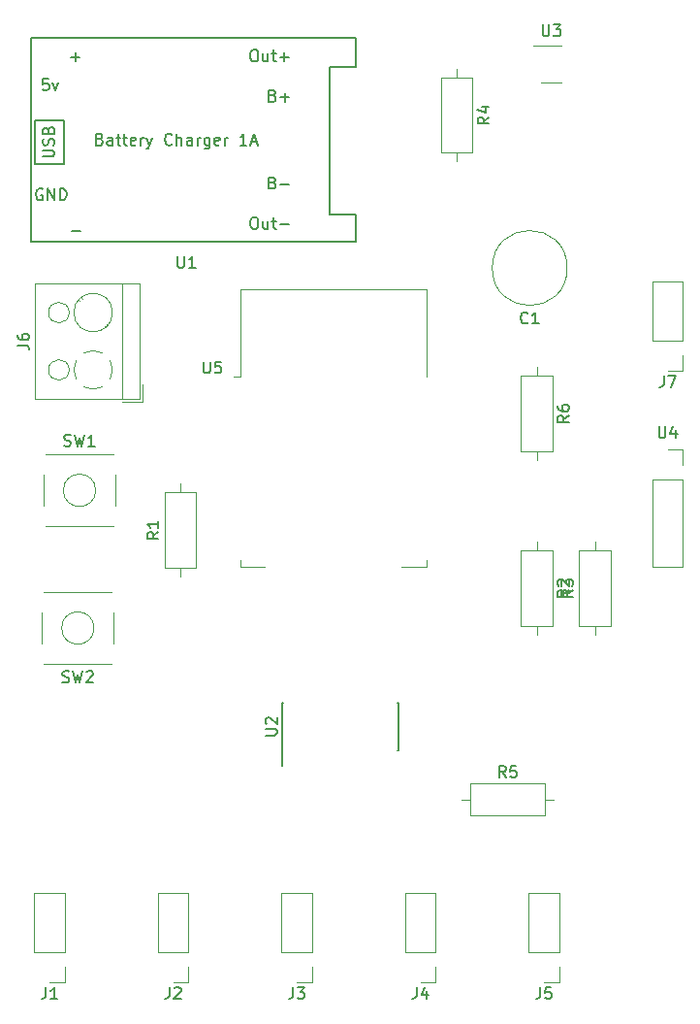
<source format=gbr>
G04 #@! TF.GenerationSoftware,KiCad,Pcbnew,5.0.2-bee76a0~70~ubuntu16.04.1*
G04 #@! TF.CreationDate,2019-08-25T13:18:03+02:00*
G04 #@! TF.ProjectId,connected_garden_pcb,636f6e6e-6563-4746-9564-5f6761726465,rev?*
G04 #@! TF.SameCoordinates,Original*
G04 #@! TF.FileFunction,Legend,Top*
G04 #@! TF.FilePolarity,Positive*
%FSLAX46Y46*%
G04 Gerber Fmt 4.6, Leading zero omitted, Abs format (unit mm)*
G04 Created by KiCad (PCBNEW 5.0.2-bee76a0~70~ubuntu16.04.1) date dim. 25 août 2019 13:18:03 CEST*
%MOMM*%
%LPD*%
G01*
G04 APERTURE LIST*
%ADD10C,0.120000*%
%ADD11C,0.150000*%
G04 APERTURE END LIST*
D10*
G04 #@! TO.C,C1*
X61075000Y-35560000D02*
G75*
G03X61075000Y-35560000I-3270000J0D01*
G01*
G04 #@! TO.C,J1*
X17205000Y-90110000D02*
X14545000Y-90110000D01*
X17205000Y-95250000D02*
X17205000Y-90110000D01*
X14545000Y-95250000D02*
X14545000Y-90110000D01*
X17205000Y-95250000D02*
X14545000Y-95250000D01*
X17205000Y-96520000D02*
X17205000Y-97850000D01*
X17205000Y-97850000D02*
X15875000Y-97850000D01*
G04 #@! TO.C,J2*
X28000000Y-97850000D02*
X26670000Y-97850000D01*
X28000000Y-96520000D02*
X28000000Y-97850000D01*
X28000000Y-95250000D02*
X25340000Y-95250000D01*
X25340000Y-95250000D02*
X25340000Y-90110000D01*
X28000000Y-95250000D02*
X28000000Y-90110000D01*
X28000000Y-90110000D02*
X25340000Y-90110000D01*
G04 #@! TO.C,J3*
X38795000Y-90110000D02*
X36135000Y-90110000D01*
X38795000Y-95250000D02*
X38795000Y-90110000D01*
X36135000Y-95250000D02*
X36135000Y-90110000D01*
X38795000Y-95250000D02*
X36135000Y-95250000D01*
X38795000Y-96520000D02*
X38795000Y-97850000D01*
X38795000Y-97850000D02*
X37465000Y-97850000D01*
G04 #@! TO.C,J4*
X49590000Y-97850000D02*
X48260000Y-97850000D01*
X49590000Y-96520000D02*
X49590000Y-97850000D01*
X49590000Y-95250000D02*
X46930000Y-95250000D01*
X46930000Y-95250000D02*
X46930000Y-90110000D01*
X49590000Y-95250000D02*
X49590000Y-90110000D01*
X49590000Y-90110000D02*
X46930000Y-90110000D01*
G04 #@! TO.C,J5*
X60385000Y-90110000D02*
X57725000Y-90110000D01*
X60385000Y-95250000D02*
X60385000Y-90110000D01*
X57725000Y-95250000D02*
X57725000Y-90110000D01*
X60385000Y-95250000D02*
X57725000Y-95250000D01*
X60385000Y-96520000D02*
X60385000Y-97850000D01*
X60385000Y-97850000D02*
X59055000Y-97850000D01*
G04 #@! TO.C,J6*
X21168352Y-43661288D02*
G75*
G02X21365000Y-44450000I-1483352J-788712D01*
G01*
X18895912Y-42966047D02*
G75*
G02X20474000Y-42966000I789088J-1483953D01*
G01*
X18201047Y-45239088D02*
G75*
G02X18201000Y-43661000I1483953J789088D01*
G01*
X20474088Y-45933953D02*
G75*
G02X18896000Y-45934000I-789088J1483953D01*
G01*
X21365450Y-44420617D02*
G75*
G02X21169000Y-45239000I-1680450J-29383D01*
G01*
X17585000Y-44450000D02*
G75*
G03X17585000Y-44450000I-900000J0D01*
G01*
X21365000Y-39450000D02*
G75*
G03X21365000Y-39450000I-1680000J0D01*
G01*
X17585000Y-39450000D02*
G75*
G03X17585000Y-39450000I-900000J0D01*
G01*
X22185000Y-47010000D02*
X22185000Y-36890000D01*
X14625000Y-47010000D02*
X14625000Y-36890000D01*
X23745000Y-47010000D02*
X23745000Y-36890000D01*
X14625000Y-47010000D02*
X23745000Y-47010000D01*
X14625000Y-36890000D02*
X23745000Y-36890000D01*
X18616000Y-38175000D02*
X18709000Y-38269000D01*
X20901000Y-40460000D02*
X20959000Y-40519000D01*
X18410000Y-38380000D02*
X18469000Y-38439000D01*
X20661000Y-40630000D02*
X20754000Y-40724000D01*
X22245000Y-47250000D02*
X23985000Y-47250000D01*
X23985000Y-47250000D02*
X23985000Y-45750000D01*
G04 #@! TO.C,J7*
X71180000Y-44510000D02*
X69850000Y-44510000D01*
X71180000Y-43180000D02*
X71180000Y-44510000D01*
X71180000Y-41910000D02*
X68520000Y-41910000D01*
X68520000Y-41910000D02*
X68520000Y-36770000D01*
X71180000Y-41910000D02*
X71180000Y-36770000D01*
X71180000Y-36770000D02*
X68520000Y-36770000D01*
G04 #@! TO.C,R1*
X25935000Y-61690000D02*
X28675000Y-61690000D01*
X28675000Y-61690000D02*
X28675000Y-55150000D01*
X28675000Y-55150000D02*
X25935000Y-55150000D01*
X25935000Y-55150000D02*
X25935000Y-61690000D01*
X27305000Y-62460000D02*
X27305000Y-61690000D01*
X27305000Y-54380000D02*
X27305000Y-55150000D01*
G04 #@! TO.C,R2*
X58420000Y-67540000D02*
X58420000Y-66770000D01*
X58420000Y-59460000D02*
X58420000Y-60230000D01*
X59790000Y-66770000D02*
X59790000Y-60230000D01*
X57050000Y-66770000D02*
X59790000Y-66770000D01*
X57050000Y-60230000D02*
X57050000Y-66770000D01*
X59790000Y-60230000D02*
X57050000Y-60230000D01*
G04 #@! TO.C,R3*
X62130000Y-66770000D02*
X64870000Y-66770000D01*
X64870000Y-66770000D02*
X64870000Y-60230000D01*
X64870000Y-60230000D02*
X62130000Y-60230000D01*
X62130000Y-60230000D02*
X62130000Y-66770000D01*
X63500000Y-67540000D02*
X63500000Y-66770000D01*
X63500000Y-59460000D02*
X63500000Y-60230000D01*
G04 #@! TO.C,R4*
X51435000Y-26265000D02*
X51435000Y-25495000D01*
X51435000Y-18185000D02*
X51435000Y-18955000D01*
X52805000Y-25495000D02*
X52805000Y-18955000D01*
X50065000Y-25495000D02*
X52805000Y-25495000D01*
X50065000Y-18955000D02*
X50065000Y-25495000D01*
X52805000Y-18955000D02*
X50065000Y-18955000D01*
G04 #@! TO.C,R5*
X52610000Y-80545000D02*
X52610000Y-83285000D01*
X52610000Y-83285000D02*
X59150000Y-83285000D01*
X59150000Y-83285000D02*
X59150000Y-80545000D01*
X59150000Y-80545000D02*
X52610000Y-80545000D01*
X51840000Y-81915000D02*
X52610000Y-81915000D01*
X59920000Y-81915000D02*
X59150000Y-81915000D01*
G04 #@! TO.C,R6*
X58420000Y-52300000D02*
X58420000Y-51530000D01*
X58420000Y-44220000D02*
X58420000Y-44990000D01*
X59790000Y-51530000D02*
X59790000Y-44990000D01*
X57050000Y-51530000D02*
X59790000Y-51530000D01*
X57050000Y-44990000D02*
X57050000Y-51530000D01*
X59790000Y-44990000D02*
X57050000Y-44990000D01*
G04 #@! TO.C,SW1*
X19904214Y-54955000D02*
G75*
G03X19904214Y-54955000I-1414214J0D01*
G01*
X15520000Y-58075000D02*
X21460000Y-58075000D01*
X15520000Y-51835000D02*
X21460000Y-51835000D01*
X15370000Y-56295000D02*
X15370000Y-53615000D01*
X21610000Y-53615000D02*
X21610000Y-56295000D01*
G04 #@! TO.C,SW2*
X15220000Y-68305000D02*
X15220000Y-65625000D01*
X21460000Y-65625000D02*
X21460000Y-68305000D01*
X21310000Y-70085000D02*
X15370000Y-70085000D01*
X21310000Y-63845000D02*
X15370000Y-63845000D01*
X19754214Y-66965000D02*
G75*
G03X19754214Y-66965000I-1414214J0D01*
G01*
D11*
G04 #@! TO.C,U1*
X14220000Y-15490000D02*
X40520000Y-15490000D01*
X14620000Y-26490000D02*
X14620000Y-22790000D01*
X17120000Y-26490000D02*
X14620000Y-26490000D01*
X17120000Y-22690000D02*
X17120000Y-26490000D01*
X14620000Y-22690000D02*
X17120000Y-22690000D01*
X14220000Y-33290000D02*
X14220000Y-15490000D01*
X42620000Y-33290000D02*
X14220000Y-33290000D01*
X42620000Y-31190000D02*
X42620000Y-33290000D01*
X42620000Y-17990000D02*
X40320000Y-17990000D01*
X42620000Y-15490000D02*
X42620000Y-17990000D01*
X40520000Y-15490000D02*
X42620000Y-15490000D01*
X42620000Y-30890000D02*
X42620000Y-31190000D01*
X40520000Y-30890000D02*
X42620000Y-30890000D01*
X40320000Y-30890000D02*
X40620000Y-30890000D01*
X40320000Y-17990000D02*
X40320000Y-30890000D01*
G04 #@! TO.C,U2*
X36200000Y-77640000D02*
X36225000Y-77640000D01*
X36200000Y-73490000D02*
X36305000Y-73490000D01*
X46350000Y-73490000D02*
X46245000Y-73490000D01*
X46350000Y-77640000D02*
X46245000Y-77640000D01*
X36200000Y-77640000D02*
X36200000Y-73490000D01*
X46350000Y-77640000D02*
X46350000Y-73490000D01*
X36225000Y-77640000D02*
X36225000Y-79015000D01*
D10*
G04 #@! TO.C,U3*
X58790000Y-19390000D02*
X60590000Y-19390000D01*
X60590000Y-16170000D02*
X58140000Y-16170000D01*
G04 #@! TO.C,U4*
X68520000Y-53975000D02*
X71180000Y-53975000D01*
X68520000Y-53975000D02*
X68520000Y-61655000D01*
X68520000Y-61655000D02*
X71180000Y-61655000D01*
X71180000Y-53975000D02*
X71180000Y-61655000D01*
X71180000Y-51375000D02*
X71180000Y-52705000D01*
X69850000Y-51375000D02*
X71180000Y-51375000D01*
G04 #@! TO.C,U5*
X32520000Y-37410000D02*
X48760000Y-37410000D01*
X48760000Y-37410000D02*
X48760000Y-45030000D01*
X48760000Y-61030000D02*
X48760000Y-61650000D01*
X48760000Y-61650000D02*
X46640000Y-61650000D01*
X34640000Y-61650000D02*
X32520000Y-61650000D01*
X32520000Y-61650000D02*
X32520000Y-61030000D01*
X32520000Y-45030000D02*
X32520000Y-37410000D01*
X32520000Y-45030000D02*
X31910000Y-45030000D01*
G04 #@! TO.C,C1*
D11*
X57638333Y-40317142D02*
X57590714Y-40364761D01*
X57447857Y-40412380D01*
X57352619Y-40412380D01*
X57209761Y-40364761D01*
X57114523Y-40269523D01*
X57066904Y-40174285D01*
X57019285Y-39983809D01*
X57019285Y-39840952D01*
X57066904Y-39650476D01*
X57114523Y-39555238D01*
X57209761Y-39460000D01*
X57352619Y-39412380D01*
X57447857Y-39412380D01*
X57590714Y-39460000D01*
X57638333Y-39507619D01*
X58590714Y-40412380D02*
X58019285Y-40412380D01*
X58305000Y-40412380D02*
X58305000Y-39412380D01*
X58209761Y-39555238D01*
X58114523Y-39650476D01*
X58019285Y-39698095D01*
G04 #@! TO.C,J1*
X15541666Y-98302380D02*
X15541666Y-99016666D01*
X15494047Y-99159523D01*
X15398809Y-99254761D01*
X15255952Y-99302380D01*
X15160714Y-99302380D01*
X16541666Y-99302380D02*
X15970238Y-99302380D01*
X16255952Y-99302380D02*
X16255952Y-98302380D01*
X16160714Y-98445238D01*
X16065476Y-98540476D01*
X15970238Y-98588095D01*
G04 #@! TO.C,J2*
X26336666Y-98302380D02*
X26336666Y-99016666D01*
X26289047Y-99159523D01*
X26193809Y-99254761D01*
X26050952Y-99302380D01*
X25955714Y-99302380D01*
X26765238Y-98397619D02*
X26812857Y-98350000D01*
X26908095Y-98302380D01*
X27146190Y-98302380D01*
X27241428Y-98350000D01*
X27289047Y-98397619D01*
X27336666Y-98492857D01*
X27336666Y-98588095D01*
X27289047Y-98730952D01*
X26717619Y-99302380D01*
X27336666Y-99302380D01*
G04 #@! TO.C,J3*
X37131666Y-98302380D02*
X37131666Y-99016666D01*
X37084047Y-99159523D01*
X36988809Y-99254761D01*
X36845952Y-99302380D01*
X36750714Y-99302380D01*
X37512619Y-98302380D02*
X38131666Y-98302380D01*
X37798333Y-98683333D01*
X37941190Y-98683333D01*
X38036428Y-98730952D01*
X38084047Y-98778571D01*
X38131666Y-98873809D01*
X38131666Y-99111904D01*
X38084047Y-99207142D01*
X38036428Y-99254761D01*
X37941190Y-99302380D01*
X37655476Y-99302380D01*
X37560238Y-99254761D01*
X37512619Y-99207142D01*
G04 #@! TO.C,J4*
X47926666Y-98302380D02*
X47926666Y-99016666D01*
X47879047Y-99159523D01*
X47783809Y-99254761D01*
X47640952Y-99302380D01*
X47545714Y-99302380D01*
X48831428Y-98635714D02*
X48831428Y-99302380D01*
X48593333Y-98254761D02*
X48355238Y-98969047D01*
X48974285Y-98969047D01*
G04 #@! TO.C,J5*
X58721666Y-98302380D02*
X58721666Y-99016666D01*
X58674047Y-99159523D01*
X58578809Y-99254761D01*
X58435952Y-99302380D01*
X58340714Y-99302380D01*
X59674047Y-98302380D02*
X59197857Y-98302380D01*
X59150238Y-98778571D01*
X59197857Y-98730952D01*
X59293095Y-98683333D01*
X59531190Y-98683333D01*
X59626428Y-98730952D01*
X59674047Y-98778571D01*
X59721666Y-98873809D01*
X59721666Y-99111904D01*
X59674047Y-99207142D01*
X59626428Y-99254761D01*
X59531190Y-99302380D01*
X59293095Y-99302380D01*
X59197857Y-99254761D01*
X59150238Y-99207142D01*
G04 #@! TO.C,J6*
X13077380Y-42283333D02*
X13791666Y-42283333D01*
X13934523Y-42330952D01*
X14029761Y-42426190D01*
X14077380Y-42569047D01*
X14077380Y-42664285D01*
X13077380Y-41378571D02*
X13077380Y-41569047D01*
X13125000Y-41664285D01*
X13172619Y-41711904D01*
X13315476Y-41807142D01*
X13505952Y-41854761D01*
X13886904Y-41854761D01*
X13982142Y-41807142D01*
X14029761Y-41759523D01*
X14077380Y-41664285D01*
X14077380Y-41473809D01*
X14029761Y-41378571D01*
X13982142Y-41330952D01*
X13886904Y-41283333D01*
X13648809Y-41283333D01*
X13553571Y-41330952D01*
X13505952Y-41378571D01*
X13458333Y-41473809D01*
X13458333Y-41664285D01*
X13505952Y-41759523D01*
X13553571Y-41807142D01*
X13648809Y-41854761D01*
G04 #@! TO.C,J7*
X69516666Y-44962380D02*
X69516666Y-45676666D01*
X69469047Y-45819523D01*
X69373809Y-45914761D01*
X69230952Y-45962380D01*
X69135714Y-45962380D01*
X69897619Y-44962380D02*
X70564285Y-44962380D01*
X70135714Y-45962380D01*
G04 #@! TO.C,R1*
X25387380Y-58586666D02*
X24911190Y-58920000D01*
X25387380Y-59158095D02*
X24387380Y-59158095D01*
X24387380Y-58777142D01*
X24435000Y-58681904D01*
X24482619Y-58634285D01*
X24577857Y-58586666D01*
X24720714Y-58586666D01*
X24815952Y-58634285D01*
X24863571Y-58681904D01*
X24911190Y-58777142D01*
X24911190Y-59158095D01*
X25387380Y-57634285D02*
X25387380Y-58205714D01*
X25387380Y-57920000D02*
X24387380Y-57920000D01*
X24530238Y-58015238D01*
X24625476Y-58110476D01*
X24673095Y-58205714D01*
G04 #@! TO.C,R2*
X61242380Y-63666666D02*
X60766190Y-64000000D01*
X61242380Y-64238095D02*
X60242380Y-64238095D01*
X60242380Y-63857142D01*
X60290000Y-63761904D01*
X60337619Y-63714285D01*
X60432857Y-63666666D01*
X60575714Y-63666666D01*
X60670952Y-63714285D01*
X60718571Y-63761904D01*
X60766190Y-63857142D01*
X60766190Y-64238095D01*
X60337619Y-63285714D02*
X60290000Y-63238095D01*
X60242380Y-63142857D01*
X60242380Y-62904761D01*
X60290000Y-62809523D01*
X60337619Y-62761904D01*
X60432857Y-62714285D01*
X60528095Y-62714285D01*
X60670952Y-62761904D01*
X61242380Y-63333333D01*
X61242380Y-62714285D01*
G04 #@! TO.C,R3*
X61582380Y-63666666D02*
X61106190Y-64000000D01*
X61582380Y-64238095D02*
X60582380Y-64238095D01*
X60582380Y-63857142D01*
X60630000Y-63761904D01*
X60677619Y-63714285D01*
X60772857Y-63666666D01*
X60915714Y-63666666D01*
X61010952Y-63714285D01*
X61058571Y-63761904D01*
X61106190Y-63857142D01*
X61106190Y-64238095D01*
X60582380Y-63333333D02*
X60582380Y-62714285D01*
X60963333Y-63047619D01*
X60963333Y-62904761D01*
X61010952Y-62809523D01*
X61058571Y-62761904D01*
X61153809Y-62714285D01*
X61391904Y-62714285D01*
X61487142Y-62761904D01*
X61534761Y-62809523D01*
X61582380Y-62904761D01*
X61582380Y-63190476D01*
X61534761Y-63285714D01*
X61487142Y-63333333D01*
G04 #@! TO.C,R4*
X54257380Y-22391666D02*
X53781190Y-22725000D01*
X54257380Y-22963095D02*
X53257380Y-22963095D01*
X53257380Y-22582142D01*
X53305000Y-22486904D01*
X53352619Y-22439285D01*
X53447857Y-22391666D01*
X53590714Y-22391666D01*
X53685952Y-22439285D01*
X53733571Y-22486904D01*
X53781190Y-22582142D01*
X53781190Y-22963095D01*
X53590714Y-21534523D02*
X54257380Y-21534523D01*
X53209761Y-21772619D02*
X53924047Y-22010714D01*
X53924047Y-21391666D01*
G04 #@! TO.C,R5*
X55713333Y-79997380D02*
X55380000Y-79521190D01*
X55141904Y-79997380D02*
X55141904Y-78997380D01*
X55522857Y-78997380D01*
X55618095Y-79045000D01*
X55665714Y-79092619D01*
X55713333Y-79187857D01*
X55713333Y-79330714D01*
X55665714Y-79425952D01*
X55618095Y-79473571D01*
X55522857Y-79521190D01*
X55141904Y-79521190D01*
X56618095Y-78997380D02*
X56141904Y-78997380D01*
X56094285Y-79473571D01*
X56141904Y-79425952D01*
X56237142Y-79378333D01*
X56475238Y-79378333D01*
X56570476Y-79425952D01*
X56618095Y-79473571D01*
X56665714Y-79568809D01*
X56665714Y-79806904D01*
X56618095Y-79902142D01*
X56570476Y-79949761D01*
X56475238Y-79997380D01*
X56237142Y-79997380D01*
X56141904Y-79949761D01*
X56094285Y-79902142D01*
G04 #@! TO.C,R6*
X61242380Y-48426666D02*
X60766190Y-48760000D01*
X61242380Y-48998095D02*
X60242380Y-48998095D01*
X60242380Y-48617142D01*
X60290000Y-48521904D01*
X60337619Y-48474285D01*
X60432857Y-48426666D01*
X60575714Y-48426666D01*
X60670952Y-48474285D01*
X60718571Y-48521904D01*
X60766190Y-48617142D01*
X60766190Y-48998095D01*
X60242380Y-47569523D02*
X60242380Y-47760000D01*
X60290000Y-47855238D01*
X60337619Y-47902857D01*
X60480476Y-47998095D01*
X60670952Y-48045714D01*
X61051904Y-48045714D01*
X61147142Y-47998095D01*
X61194761Y-47950476D01*
X61242380Y-47855238D01*
X61242380Y-47664761D01*
X61194761Y-47569523D01*
X61147142Y-47521904D01*
X61051904Y-47474285D01*
X60813809Y-47474285D01*
X60718571Y-47521904D01*
X60670952Y-47569523D01*
X60623333Y-47664761D01*
X60623333Y-47855238D01*
X60670952Y-47950476D01*
X60718571Y-47998095D01*
X60813809Y-48045714D01*
G04 #@! TO.C,SW1*
X17156666Y-51059761D02*
X17299523Y-51107380D01*
X17537619Y-51107380D01*
X17632857Y-51059761D01*
X17680476Y-51012142D01*
X17728095Y-50916904D01*
X17728095Y-50821666D01*
X17680476Y-50726428D01*
X17632857Y-50678809D01*
X17537619Y-50631190D01*
X17347142Y-50583571D01*
X17251904Y-50535952D01*
X17204285Y-50488333D01*
X17156666Y-50393095D01*
X17156666Y-50297857D01*
X17204285Y-50202619D01*
X17251904Y-50155000D01*
X17347142Y-50107380D01*
X17585238Y-50107380D01*
X17728095Y-50155000D01*
X18061428Y-50107380D02*
X18299523Y-51107380D01*
X18490000Y-50393095D01*
X18680476Y-51107380D01*
X18918571Y-50107380D01*
X19823333Y-51107380D02*
X19251904Y-51107380D01*
X19537619Y-51107380D02*
X19537619Y-50107380D01*
X19442380Y-50250238D01*
X19347142Y-50345476D01*
X19251904Y-50393095D01*
G04 #@! TO.C,SW2*
X17006666Y-71669761D02*
X17149523Y-71717380D01*
X17387619Y-71717380D01*
X17482857Y-71669761D01*
X17530476Y-71622142D01*
X17578095Y-71526904D01*
X17578095Y-71431666D01*
X17530476Y-71336428D01*
X17482857Y-71288809D01*
X17387619Y-71241190D01*
X17197142Y-71193571D01*
X17101904Y-71145952D01*
X17054285Y-71098333D01*
X17006666Y-71003095D01*
X17006666Y-70907857D01*
X17054285Y-70812619D01*
X17101904Y-70765000D01*
X17197142Y-70717380D01*
X17435238Y-70717380D01*
X17578095Y-70765000D01*
X17911428Y-70717380D02*
X18149523Y-71717380D01*
X18340000Y-71003095D01*
X18530476Y-71717380D01*
X18768571Y-70717380D01*
X19101904Y-70812619D02*
X19149523Y-70765000D01*
X19244761Y-70717380D01*
X19482857Y-70717380D01*
X19578095Y-70765000D01*
X19625714Y-70812619D01*
X19673333Y-70907857D01*
X19673333Y-71003095D01*
X19625714Y-71145952D01*
X19054285Y-71717380D01*
X19673333Y-71717380D01*
G04 #@! TO.C,U1*
X27058095Y-34542380D02*
X27058095Y-35351904D01*
X27105714Y-35447142D01*
X27153333Y-35494761D01*
X27248571Y-35542380D01*
X27439047Y-35542380D01*
X27534285Y-35494761D01*
X27581904Y-35447142D01*
X27629523Y-35351904D01*
X27629523Y-34542380D01*
X28629523Y-35542380D02*
X28058095Y-35542380D01*
X28343809Y-35542380D02*
X28343809Y-34542380D01*
X28248571Y-34685238D01*
X28153333Y-34780476D01*
X28058095Y-34828095D01*
X17739047Y-17161428D02*
X18500952Y-17161428D01*
X18120000Y-17542380D02*
X18120000Y-16780476D01*
X17839047Y-32361428D02*
X18600952Y-32361428D01*
X15272380Y-25851904D02*
X16081904Y-25851904D01*
X16177142Y-25804285D01*
X16224761Y-25756666D01*
X16272380Y-25661428D01*
X16272380Y-25470952D01*
X16224761Y-25375714D01*
X16177142Y-25328095D01*
X16081904Y-25280476D01*
X15272380Y-25280476D01*
X16224761Y-24851904D02*
X16272380Y-24709047D01*
X16272380Y-24470952D01*
X16224761Y-24375714D01*
X16177142Y-24328095D01*
X16081904Y-24280476D01*
X15986666Y-24280476D01*
X15891428Y-24328095D01*
X15843809Y-24375714D01*
X15796190Y-24470952D01*
X15748571Y-24661428D01*
X15700952Y-24756666D01*
X15653333Y-24804285D01*
X15558095Y-24851904D01*
X15462857Y-24851904D01*
X15367619Y-24804285D01*
X15320000Y-24756666D01*
X15272380Y-24661428D01*
X15272380Y-24423333D01*
X15320000Y-24280476D01*
X15748571Y-23518571D02*
X15796190Y-23375714D01*
X15843809Y-23328095D01*
X15939047Y-23280476D01*
X16081904Y-23280476D01*
X16177142Y-23328095D01*
X16224761Y-23375714D01*
X16272380Y-23470952D01*
X16272380Y-23851904D01*
X15272380Y-23851904D01*
X15272380Y-23518571D01*
X15320000Y-23423333D01*
X15367619Y-23375714D01*
X15462857Y-23328095D01*
X15558095Y-23328095D01*
X15653333Y-23375714D01*
X15700952Y-23423333D01*
X15748571Y-23518571D01*
X15748571Y-23851904D01*
X33667619Y-31142380D02*
X33858095Y-31142380D01*
X33953333Y-31190000D01*
X34048571Y-31285238D01*
X34096190Y-31475714D01*
X34096190Y-31809047D01*
X34048571Y-31999523D01*
X33953333Y-32094761D01*
X33858095Y-32142380D01*
X33667619Y-32142380D01*
X33572380Y-32094761D01*
X33477142Y-31999523D01*
X33429523Y-31809047D01*
X33429523Y-31475714D01*
X33477142Y-31285238D01*
X33572380Y-31190000D01*
X33667619Y-31142380D01*
X34953333Y-31475714D02*
X34953333Y-32142380D01*
X34524761Y-31475714D02*
X34524761Y-31999523D01*
X34572380Y-32094761D01*
X34667619Y-32142380D01*
X34810476Y-32142380D01*
X34905714Y-32094761D01*
X34953333Y-32047142D01*
X35286666Y-31475714D02*
X35667619Y-31475714D01*
X35429523Y-31142380D02*
X35429523Y-31999523D01*
X35477142Y-32094761D01*
X35572380Y-32142380D01*
X35667619Y-32142380D01*
X36000952Y-31761428D02*
X36762857Y-31761428D01*
X33667619Y-16542380D02*
X33858095Y-16542380D01*
X33953333Y-16590000D01*
X34048571Y-16685238D01*
X34096190Y-16875714D01*
X34096190Y-17209047D01*
X34048571Y-17399523D01*
X33953333Y-17494761D01*
X33858095Y-17542380D01*
X33667619Y-17542380D01*
X33572380Y-17494761D01*
X33477142Y-17399523D01*
X33429523Y-17209047D01*
X33429523Y-16875714D01*
X33477142Y-16685238D01*
X33572380Y-16590000D01*
X33667619Y-16542380D01*
X34953333Y-16875714D02*
X34953333Y-17542380D01*
X34524761Y-16875714D02*
X34524761Y-17399523D01*
X34572380Y-17494761D01*
X34667619Y-17542380D01*
X34810476Y-17542380D01*
X34905714Y-17494761D01*
X34953333Y-17447142D01*
X35286666Y-16875714D02*
X35667619Y-16875714D01*
X35429523Y-16542380D02*
X35429523Y-17399523D01*
X35477142Y-17494761D01*
X35572380Y-17542380D01*
X35667619Y-17542380D01*
X36000952Y-17161428D02*
X36762857Y-17161428D01*
X36381904Y-17542380D02*
X36381904Y-16780476D01*
X35372380Y-28118571D02*
X35515238Y-28166190D01*
X35562857Y-28213809D01*
X35610476Y-28309047D01*
X35610476Y-28451904D01*
X35562857Y-28547142D01*
X35515238Y-28594761D01*
X35420000Y-28642380D01*
X35039047Y-28642380D01*
X35039047Y-27642380D01*
X35372380Y-27642380D01*
X35467619Y-27690000D01*
X35515238Y-27737619D01*
X35562857Y-27832857D01*
X35562857Y-27928095D01*
X35515238Y-28023333D01*
X35467619Y-28070952D01*
X35372380Y-28118571D01*
X35039047Y-28118571D01*
X36039047Y-28261428D02*
X36800952Y-28261428D01*
X35372380Y-20518571D02*
X35515238Y-20566190D01*
X35562857Y-20613809D01*
X35610476Y-20709047D01*
X35610476Y-20851904D01*
X35562857Y-20947142D01*
X35515238Y-20994761D01*
X35420000Y-21042380D01*
X35039047Y-21042380D01*
X35039047Y-20042380D01*
X35372380Y-20042380D01*
X35467619Y-20090000D01*
X35515238Y-20137619D01*
X35562857Y-20232857D01*
X35562857Y-20328095D01*
X35515238Y-20423333D01*
X35467619Y-20470952D01*
X35372380Y-20518571D01*
X35039047Y-20518571D01*
X36039047Y-20661428D02*
X36800952Y-20661428D01*
X36420000Y-21042380D02*
X36420000Y-20280476D01*
X15777142Y-19042380D02*
X15300952Y-19042380D01*
X15253333Y-19518571D01*
X15300952Y-19470952D01*
X15396190Y-19423333D01*
X15634285Y-19423333D01*
X15729523Y-19470952D01*
X15777142Y-19518571D01*
X15824761Y-19613809D01*
X15824761Y-19851904D01*
X15777142Y-19947142D01*
X15729523Y-19994761D01*
X15634285Y-20042380D01*
X15396190Y-20042380D01*
X15300952Y-19994761D01*
X15253333Y-19947142D01*
X16158095Y-19375714D02*
X16396190Y-20042380D01*
X16634285Y-19375714D01*
X15258095Y-28690000D02*
X15162857Y-28642380D01*
X15020000Y-28642380D01*
X14877142Y-28690000D01*
X14781904Y-28785238D01*
X14734285Y-28880476D01*
X14686666Y-29070952D01*
X14686666Y-29213809D01*
X14734285Y-29404285D01*
X14781904Y-29499523D01*
X14877142Y-29594761D01*
X15020000Y-29642380D01*
X15115238Y-29642380D01*
X15258095Y-29594761D01*
X15305714Y-29547142D01*
X15305714Y-29213809D01*
X15115238Y-29213809D01*
X15734285Y-29642380D02*
X15734285Y-28642380D01*
X16305714Y-29642380D01*
X16305714Y-28642380D01*
X16781904Y-29642380D02*
X16781904Y-28642380D01*
X17020000Y-28642380D01*
X17162857Y-28690000D01*
X17258095Y-28785238D01*
X17305714Y-28880476D01*
X17353333Y-29070952D01*
X17353333Y-29213809D01*
X17305714Y-29404285D01*
X17258095Y-29499523D01*
X17162857Y-29594761D01*
X17020000Y-29642380D01*
X16781904Y-29642380D01*
X20277142Y-24318571D02*
X20419999Y-24366190D01*
X20467619Y-24413809D01*
X20515238Y-24509047D01*
X20515238Y-24651904D01*
X20467619Y-24747142D01*
X20419999Y-24794761D01*
X20324761Y-24842380D01*
X19943809Y-24842380D01*
X19943809Y-23842380D01*
X20277142Y-23842380D01*
X20372380Y-23890000D01*
X20419999Y-23937619D01*
X20467619Y-24032857D01*
X20467619Y-24128095D01*
X20419999Y-24223333D01*
X20372380Y-24270952D01*
X20277142Y-24318571D01*
X19943809Y-24318571D01*
X21372380Y-24842380D02*
X21372380Y-24318571D01*
X21324761Y-24223333D01*
X21229523Y-24175714D01*
X21039047Y-24175714D01*
X20943809Y-24223333D01*
X21372380Y-24794761D02*
X21277142Y-24842380D01*
X21039047Y-24842380D01*
X20943809Y-24794761D01*
X20896190Y-24699523D01*
X20896190Y-24604285D01*
X20943809Y-24509047D01*
X21039047Y-24461428D01*
X21277142Y-24461428D01*
X21372380Y-24413809D01*
X21705714Y-24175714D02*
X22086666Y-24175714D01*
X21848571Y-23842380D02*
X21848571Y-24699523D01*
X21896190Y-24794761D01*
X21991428Y-24842380D01*
X22086666Y-24842380D01*
X22277142Y-24175714D02*
X22658095Y-24175714D01*
X22419999Y-23842380D02*
X22419999Y-24699523D01*
X22467619Y-24794761D01*
X22562857Y-24842380D01*
X22658095Y-24842380D01*
X23372380Y-24794761D02*
X23277142Y-24842380D01*
X23086666Y-24842380D01*
X22991428Y-24794761D01*
X22943809Y-24699523D01*
X22943809Y-24318571D01*
X22991428Y-24223333D01*
X23086666Y-24175714D01*
X23277142Y-24175714D01*
X23372380Y-24223333D01*
X23419999Y-24318571D01*
X23419999Y-24413809D01*
X22943809Y-24509047D01*
X23848571Y-24842380D02*
X23848571Y-24175714D01*
X23848571Y-24366190D02*
X23896190Y-24270952D01*
X23943809Y-24223333D01*
X24039047Y-24175714D01*
X24134285Y-24175714D01*
X24372380Y-24175714D02*
X24610476Y-24842380D01*
X24848571Y-24175714D02*
X24610476Y-24842380D01*
X24515238Y-25080476D01*
X24467619Y-25128095D01*
X24372380Y-25175714D01*
X26562857Y-24747142D02*
X26515238Y-24794761D01*
X26372380Y-24842380D01*
X26277142Y-24842380D01*
X26134285Y-24794761D01*
X26039047Y-24699523D01*
X25991428Y-24604285D01*
X25943809Y-24413809D01*
X25943809Y-24270952D01*
X25991428Y-24080476D01*
X26039047Y-23985238D01*
X26134285Y-23890000D01*
X26277142Y-23842380D01*
X26372380Y-23842380D01*
X26515238Y-23890000D01*
X26562857Y-23937619D01*
X26991428Y-24842380D02*
X26991428Y-23842380D01*
X27420000Y-24842380D02*
X27420000Y-24318571D01*
X27372380Y-24223333D01*
X27277142Y-24175714D01*
X27134285Y-24175714D01*
X27039047Y-24223333D01*
X26991428Y-24270952D01*
X28324761Y-24842380D02*
X28324761Y-24318571D01*
X28277142Y-24223333D01*
X28181904Y-24175714D01*
X27991428Y-24175714D01*
X27896190Y-24223333D01*
X28324761Y-24794761D02*
X28229523Y-24842380D01*
X27991428Y-24842380D01*
X27896190Y-24794761D01*
X27848571Y-24699523D01*
X27848571Y-24604285D01*
X27896190Y-24509047D01*
X27991428Y-24461428D01*
X28229523Y-24461428D01*
X28324761Y-24413809D01*
X28800952Y-24842380D02*
X28800952Y-24175714D01*
X28800952Y-24366190D02*
X28848571Y-24270952D01*
X28896190Y-24223333D01*
X28991428Y-24175714D01*
X29086666Y-24175714D01*
X29848571Y-24175714D02*
X29848571Y-24985238D01*
X29800952Y-25080476D01*
X29753333Y-25128095D01*
X29658095Y-25175714D01*
X29515238Y-25175714D01*
X29420000Y-25128095D01*
X29848571Y-24794761D02*
X29753333Y-24842380D01*
X29562857Y-24842380D01*
X29467619Y-24794761D01*
X29420000Y-24747142D01*
X29372380Y-24651904D01*
X29372380Y-24366190D01*
X29420000Y-24270952D01*
X29467619Y-24223333D01*
X29562857Y-24175714D01*
X29753333Y-24175714D01*
X29848571Y-24223333D01*
X30705714Y-24794761D02*
X30610476Y-24842380D01*
X30420000Y-24842380D01*
X30324761Y-24794761D01*
X30277142Y-24699523D01*
X30277142Y-24318571D01*
X30324761Y-24223333D01*
X30420000Y-24175714D01*
X30610476Y-24175714D01*
X30705714Y-24223333D01*
X30753333Y-24318571D01*
X30753333Y-24413809D01*
X30277142Y-24509047D01*
X31181904Y-24842380D02*
X31181904Y-24175714D01*
X31181904Y-24366190D02*
X31229523Y-24270952D01*
X31277142Y-24223333D01*
X31372380Y-24175714D01*
X31467619Y-24175714D01*
X33086666Y-24842380D02*
X32515238Y-24842380D01*
X32800952Y-24842380D02*
X32800952Y-23842380D01*
X32705714Y-23985238D01*
X32610476Y-24080476D01*
X32515238Y-24128095D01*
X33467619Y-24556666D02*
X33943809Y-24556666D01*
X33372380Y-24842380D02*
X33705714Y-23842380D01*
X34039047Y-24842380D01*
G04 #@! TO.C,U2*
X34727380Y-76326904D02*
X35536904Y-76326904D01*
X35632142Y-76279285D01*
X35679761Y-76231666D01*
X35727380Y-76136428D01*
X35727380Y-75945952D01*
X35679761Y-75850714D01*
X35632142Y-75803095D01*
X35536904Y-75755476D01*
X34727380Y-75755476D01*
X34822619Y-75326904D02*
X34775000Y-75279285D01*
X34727380Y-75184047D01*
X34727380Y-74945952D01*
X34775000Y-74850714D01*
X34822619Y-74803095D01*
X34917857Y-74755476D01*
X35013095Y-74755476D01*
X35155952Y-74803095D01*
X35727380Y-75374523D01*
X35727380Y-74755476D01*
G04 #@! TO.C,U3*
X58928095Y-14332380D02*
X58928095Y-15141904D01*
X58975714Y-15237142D01*
X59023333Y-15284761D01*
X59118571Y-15332380D01*
X59309047Y-15332380D01*
X59404285Y-15284761D01*
X59451904Y-15237142D01*
X59499523Y-15141904D01*
X59499523Y-14332380D01*
X59880476Y-14332380D02*
X60499523Y-14332380D01*
X60166190Y-14713333D01*
X60309047Y-14713333D01*
X60404285Y-14760952D01*
X60451904Y-14808571D01*
X60499523Y-14903809D01*
X60499523Y-15141904D01*
X60451904Y-15237142D01*
X60404285Y-15284761D01*
X60309047Y-15332380D01*
X60023333Y-15332380D01*
X59928095Y-15284761D01*
X59880476Y-15237142D01*
G04 #@! TO.C,U4*
X69088095Y-49387380D02*
X69088095Y-50196904D01*
X69135714Y-50292142D01*
X69183333Y-50339761D01*
X69278571Y-50387380D01*
X69469047Y-50387380D01*
X69564285Y-50339761D01*
X69611904Y-50292142D01*
X69659523Y-50196904D01*
X69659523Y-49387380D01*
X70564285Y-49720714D02*
X70564285Y-50387380D01*
X70326190Y-49339761D02*
X70088095Y-50054047D01*
X70707142Y-50054047D01*
G04 #@! TO.C,U5*
X29318095Y-43722380D02*
X29318095Y-44531904D01*
X29365714Y-44627142D01*
X29413333Y-44674761D01*
X29508571Y-44722380D01*
X29699047Y-44722380D01*
X29794285Y-44674761D01*
X29841904Y-44627142D01*
X29889523Y-44531904D01*
X29889523Y-43722380D01*
X30841904Y-43722380D02*
X30365714Y-43722380D01*
X30318095Y-44198571D01*
X30365714Y-44150952D01*
X30460952Y-44103333D01*
X30699047Y-44103333D01*
X30794285Y-44150952D01*
X30841904Y-44198571D01*
X30889523Y-44293809D01*
X30889523Y-44531904D01*
X30841904Y-44627142D01*
X30794285Y-44674761D01*
X30699047Y-44722380D01*
X30460952Y-44722380D01*
X30365714Y-44674761D01*
X30318095Y-44627142D01*
G04 #@! TD*
M02*

</source>
